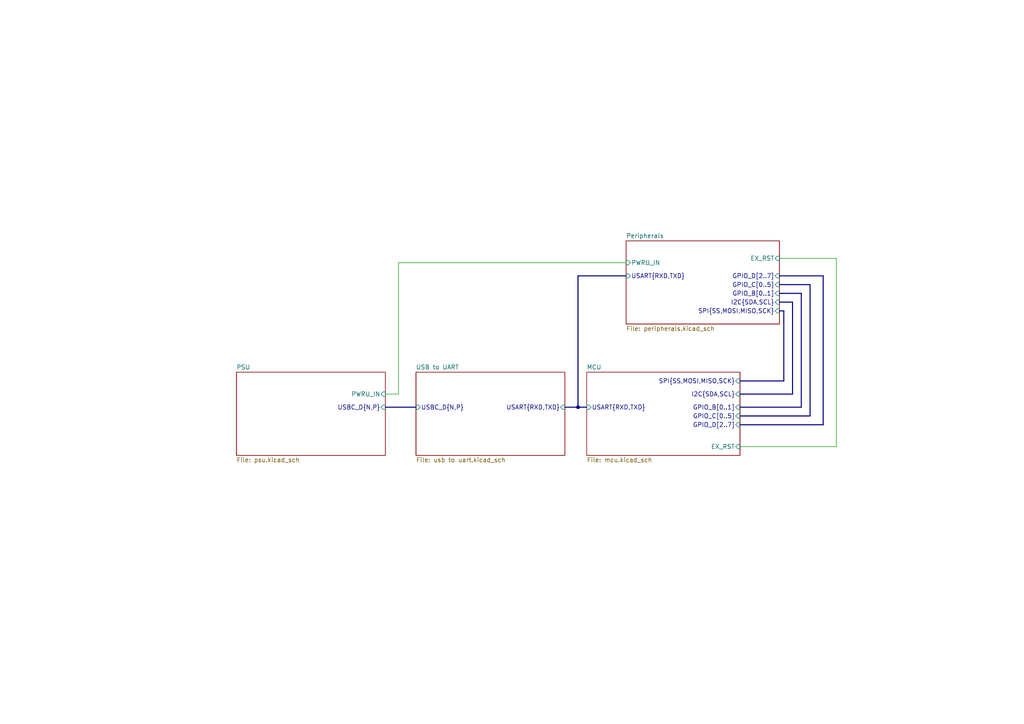
<source format=kicad_sch>
(kicad_sch
	(version 20231120)
	(generator "eeschema")
	(generator_version "8.0")
	(uuid "e48f1c39-438f-4a62-ba55-3e7638d82250")
	(paper "A4")
	(lib_symbols)
	(junction
		(at 167.64 118.11)
		(diameter 0)
		(color 0 0 0 0)
		(uuid "ded6b80e-0349-4045-aaca-2129fd77f0c5")
	)
	(bus
		(pts
			(xy 214.63 123.19) (xy 238.76 123.19)
		)
		(stroke
			(width 0)
			(type default)
		)
		(uuid "1091eb24-08a6-4dd3-a302-127ee86e73ef")
	)
	(bus
		(pts
			(xy 226.06 87.63) (xy 229.87 87.63)
		)
		(stroke
			(width 0)
			(type default)
		)
		(uuid "121ee750-2aef-4b64-92f8-dc96e8b0abb2")
	)
	(wire
		(pts
			(xy 242.57 74.93) (xy 242.57 129.54)
		)
		(stroke
			(width 0)
			(type default)
		)
		(uuid "1aa519ce-0683-42ce-b069-73d9e8cd6be0")
	)
	(bus
		(pts
			(xy 181.61 80.01) (xy 167.64 80.01)
		)
		(stroke
			(width 0)
			(type default)
		)
		(uuid "2de1ac71-bd17-4c59-934b-1d063a7a029c")
	)
	(bus
		(pts
			(xy 227.33 90.17) (xy 226.06 90.17)
		)
		(stroke
			(width 0)
			(type default)
		)
		(uuid "38462bcd-e6db-4159-b912-d98c170f822c")
	)
	(bus
		(pts
			(xy 232.41 85.09) (xy 226.06 85.09)
		)
		(stroke
			(width 0)
			(type default)
		)
		(uuid "3a5699aa-3609-4e3e-ad35-dfac56077850")
	)
	(bus
		(pts
			(xy 214.63 110.49) (xy 227.33 110.49)
		)
		(stroke
			(width 0)
			(type default)
		)
		(uuid "48719d4f-d8e9-4c3f-afb3-c51e7342995d")
	)
	(bus
		(pts
			(xy 234.95 120.65) (xy 214.63 120.65)
		)
		(stroke
			(width 0)
			(type default)
		)
		(uuid "57c5b847-f113-4af2-8119-3f506bdf197a")
	)
	(bus
		(pts
			(xy 234.95 82.55) (xy 234.95 120.65)
		)
		(stroke
			(width 0)
			(type default)
		)
		(uuid "60f6d930-8bc8-4eda-9b25-d475da0b50c5")
	)
	(bus
		(pts
			(xy 167.64 80.01) (xy 167.64 118.11)
		)
		(stroke
			(width 0)
			(type default)
		)
		(uuid "689e73df-5067-4bc3-bc1e-f872582513c9")
	)
	(bus
		(pts
			(xy 229.87 87.63) (xy 229.87 114.3)
		)
		(stroke
			(width 0)
			(type default)
		)
		(uuid "75a0e3f5-5010-4205-946a-1fde93334a1c")
	)
	(wire
		(pts
			(xy 181.61 76.2) (xy 115.57 76.2)
		)
		(stroke
			(width 0)
			(type default)
		)
		(uuid "75bb8686-7ad8-4551-bc84-a0cc7d2a5e81")
	)
	(bus
		(pts
			(xy 238.76 123.19) (xy 238.76 80.01)
		)
		(stroke
			(width 0)
			(type default)
		)
		(uuid "76274f97-8f13-4300-9c45-e74fe4e90a2d")
	)
	(wire
		(pts
			(xy 115.57 76.2) (xy 115.57 114.3)
		)
		(stroke
			(width 0)
			(type default)
		)
		(uuid "8b7873c8-dbb3-474f-972b-4789a07fd5a3")
	)
	(bus
		(pts
			(xy 167.64 118.11) (xy 170.18 118.11)
		)
		(stroke
			(width 0)
			(type default)
		)
		(uuid "95ff26a3-9331-4e04-bfd6-480d86ba3fed")
	)
	(wire
		(pts
			(xy 226.06 74.93) (xy 242.57 74.93)
		)
		(stroke
			(width 0)
			(type default)
		)
		(uuid "96d27509-fa2d-463a-94ea-b92b22d033e2")
	)
	(bus
		(pts
			(xy 227.33 110.49) (xy 227.33 90.17)
		)
		(stroke
			(width 0)
			(type default)
		)
		(uuid "9898aad2-427e-4660-a1ee-43fc1e75e8ba")
	)
	(bus
		(pts
			(xy 214.63 118.11) (xy 232.41 118.11)
		)
		(stroke
			(width 0)
			(type default)
		)
		(uuid "9d83c824-d55e-49e7-9312-5c00d396990d")
	)
	(bus
		(pts
			(xy 229.87 114.3) (xy 214.63 114.3)
		)
		(stroke
			(width 0)
			(type default)
		)
		(uuid "aa4c5469-a352-4b48-97c0-d09794bb8094")
	)
	(bus
		(pts
			(xy 111.76 118.11) (xy 120.65 118.11)
		)
		(stroke
			(width 0)
			(type default)
		)
		(uuid "ad12f4a5-3137-441e-929a-8b6176e44d3d")
	)
	(bus
		(pts
			(xy 238.76 80.01) (xy 226.06 80.01)
		)
		(stroke
			(width 0)
			(type default)
		)
		(uuid "c1105591-1845-4e39-ad8d-f617ba6b04b4")
	)
	(wire
		(pts
			(xy 242.57 129.54) (xy 214.63 129.54)
		)
		(stroke
			(width 0)
			(type default)
		)
		(uuid "ce63d310-295d-4642-9803-6a3594759eee")
	)
	(bus
		(pts
			(xy 232.41 118.11) (xy 232.41 85.09)
		)
		(stroke
			(width 0)
			(type default)
		)
		(uuid "d7d2e5a0-e8d6-44f7-84b9-1035def06db1")
	)
	(bus
		(pts
			(xy 226.06 82.55) (xy 234.95 82.55)
		)
		(stroke
			(width 0)
			(type default)
		)
		(uuid "e61c8962-f21d-4a6c-b08e-189bcdd7b21f")
	)
	(wire
		(pts
			(xy 115.57 114.3) (xy 111.76 114.3)
		)
		(stroke
			(width 0)
			(type default)
		)
		(uuid "ed2bb376-3636-44d2-9724-c6fed223423d")
	)
	(bus
		(pts
			(xy 163.83 118.11) (xy 167.64 118.11)
		)
		(stroke
			(width 0)
			(type default)
		)
		(uuid "ee7fe977-826d-4448-b797-8fe203980161")
	)
	(sheet
		(at 68.58 107.95)
		(size 43.18 24.13)
		(fields_autoplaced yes)
		(stroke
			(width 0.1524)
			(type solid)
		)
		(fill
			(color 0 0 0 0.0000)
		)
		(uuid "4e86b055-d812-4566-8d97-6dcb4509c9de")
		(property "Sheetname" "PSU"
			(at 68.58 107.2384 0)
			(effects
				(font
					(size 1.27 1.27)
				)
				(justify left bottom)
			)
		)
		(property "Sheetfile" "psu.kicad_sch"
			(at 68.58 132.6646 0)
			(effects
				(font
					(size 1.27 1.27)
				)
				(justify left top)
			)
		)
		(pin "USBC_D{N,P}" input
			(at 111.76 118.11 0)
			(effects
				(font
					(size 1.27 1.27)
				)
				(justify right)
			)
			(uuid "d441bd5f-d753-4181-acc3-6ba981c63701")
		)
		(pin "PWRU_IN" input
			(at 111.76 114.3 0)
			(effects
				(font
					(size 1.27 1.27)
				)
				(justify right)
			)
			(uuid "eae0300c-6138-47ea-96fb-dca05447b5d4")
		)
		(instances
			(project "intro_to_PCB"
				(path "/e48f1c39-438f-4a62-ba55-3e7638d82250"
					(page "3")
				)
			)
		)
	)
	(sheet
		(at 120.65 107.95)
		(size 43.18 24.13)
		(fields_autoplaced yes)
		(stroke
			(width 0.1524)
			(type solid)
		)
		(fill
			(color 0 0 0 0.0000)
		)
		(uuid "5520a91a-e4e5-4ea2-939e-e0228a75c02c")
		(property "Sheetname" "USB to UART"
			(at 120.65 107.2384 0)
			(effects
				(font
					(size 1.27 1.27)
				)
				(justify left bottom)
			)
		)
		(property "Sheetfile" "usb to uart.kicad_sch"
			(at 120.65 132.6646 0)
			(effects
				(font
					(size 1.27 1.27)
				)
				(justify left top)
			)
		)
		(pin "USBC_D{N,P}" input
			(at 120.65 118.11 180)
			(effects
				(font
					(size 1.27 1.27)
				)
				(justify left)
			)
			(uuid "878d8cf3-c489-4f37-83b4-133043f8f278")
		)
		(pin "USART{RXD,TXD}" input
			(at 163.83 118.11 0)
			(effects
				(font
					(size 1.27 1.27)
				)
				(justify right)
			)
			(uuid "637aee5d-0fa7-4d64-81d7-0726bd3a7a91")
		)
		(instances
			(project "intro_to_PCB"
				(path "/e48f1c39-438f-4a62-ba55-3e7638d82250"
					(page "4")
				)
			)
		)
	)
	(sheet
		(at 170.18 107.95)
		(size 44.45 24.13)
		(fields_autoplaced yes)
		(stroke
			(width 0.1524)
			(type solid)
		)
		(fill
			(color 0 0 0 0.0000)
		)
		(uuid "7d36b3dc-6d95-4c90-9a02-330fc7384618")
		(property "Sheetname" "MCU"
			(at 170.18 107.2384 0)
			(effects
				(font
					(size 1.27 1.27)
				)
				(justify left bottom)
			)
		)
		(property "Sheetfile" "mcu.kicad_sch"
			(at 170.18 132.6646 0)
			(effects
				(font
					(size 1.27 1.27)
				)
				(justify left top)
			)
		)
		(pin "USART{RXD,TXD}" input
			(at 170.18 118.11 180)
			(effects
				(font
					(size 1.27 1.27)
				)
				(justify left)
			)
			(uuid "a46dd19e-cdd6-42ef-bd4d-a695fb73b6dc")
		)
		(pin "GPIO_C[0..5]" input
			(at 214.63 120.65 0)
			(effects
				(font
					(size 1.27 1.27)
				)
				(justify right)
			)
			(uuid "4ffd0cbd-dedf-4fff-89e6-0fe9de239648")
		)
		(pin "I2C{SDA,SCL}" input
			(at 214.63 114.3 0)
			(effects
				(font
					(size 1.27 1.27)
				)
				(justify right)
			)
			(uuid "c79ef316-0660-45ed-8685-c89964bdd391")
		)
		(pin "GPIO_D[2..7]" input
			(at 214.63 123.19 0)
			(effects
				(font
					(size 1.27 1.27)
				)
				(justify right)
			)
			(uuid "62512def-f2b3-4d45-af87-ea462f87fafc")
		)
		(pin "SPI{SS,MOSI,MISO,SCK}" input
			(at 214.63 110.49 0)
			(effects
				(font
					(size 1.27 1.27)
				)
				(justify right)
			)
			(uuid "28988c94-1c3e-44d7-b31c-d2cf17077f88")
		)
		(pin "EX_RST" input
			(at 214.63 129.54 0)
			(effects
				(font
					(size 1.27 1.27)
				)
				(justify right)
			)
			(uuid "9aa4d49c-523e-49a2-9482-5e2e779879f6")
		)
		(pin "GPIO_B[0..1]" input
			(at 214.63 118.11 0)
			(effects
				(font
					(size 1.27 1.27)
				)
				(justify right)
			)
			(uuid "fbff119b-f98d-4987-8e7e-0022a7600a1a")
		)
		(instances
			(project "intro_to_PCB"
				(path "/e48f1c39-438f-4a62-ba55-3e7638d82250"
					(page "2")
				)
			)
		)
	)
	(sheet
		(at 181.61 69.85)
		(size 44.45 24.13)
		(fields_autoplaced yes)
		(stroke
			(width 0.1524)
			(type solid)
		)
		(fill
			(color 0 0 0 0.0000)
		)
		(uuid "f218f9e7-6f41-4a68-afbf-da37de05bd53")
		(property "Sheetname" "Peripherals"
			(at 181.61 69.1384 0)
			(effects
				(font
					(size 1.27 1.27)
				)
				(justify left bottom)
			)
		)
		(property "Sheetfile" "peripherals.kicad_sch"
			(at 181.61 94.5646 0)
			(effects
				(font
					(size 1.27 1.27)
				)
				(justify left top)
			)
		)
		(pin "GPIO_C[0..5]" input
			(at 226.06 82.55 0)
			(effects
				(font
					(size 1.27 1.27)
				)
				(justify right)
			)
			(uuid "09170242-d0ea-4dec-b492-a2bc2cde4d71")
		)
		(pin "SPI{SS,MOSI,MISO,SCK}" input
			(at 226.06 90.17 0)
			(effects
				(font
					(size 1.27 1.27)
				)
				(justify right)
			)
			(uuid "318c3c18-c6a5-4899-bddd-2db6356aef9d")
		)
		(pin "I2C{SDA,SCL}" input
			(at 226.06 87.63 0)
			(effects
				(font
					(size 1.27 1.27)
				)
				(justify right)
			)
			(uuid "aa5cbb34-e58f-461c-8d5c-0bcf9d3858ae")
		)
		(pin "EX_RST" input
			(at 226.06 74.93 0)
			(effects
				(font
					(size 1.27 1.27)
				)
				(justify right)
			)
			(uuid "5fa1f381-6fbb-479a-b414-a27789f7f4b6")
		)
		(pin "GPIO_B[0..1]" input
			(at 226.06 85.09 0)
			(effects
				(font
					(size 1.27 1.27)
				)
				(justify right)
			)
			(uuid "604535c3-2fcc-4f69-aa5a-572ccdd16f76")
		)
		(pin "GPIO_D[2..7]" input
			(at 226.06 80.01 0)
			(effects
				(font
					(size 1.27 1.27)
				)
				(justify right)
			)
			(uuid "d4f9420b-fdeb-4552-a30d-02021f9fbdae")
		)
		(pin "USART{RXD,TXD}" input
			(at 181.61 80.01 180)
			(effects
				(font
					(size 1.27 1.27)
				)
				(justify left)
			)
			(uuid "9d92d258-3680-465f-bf22-f7bc2ae568fc")
		)
		(pin "PWRU_IN" input
			(at 181.61 76.2 180)
			(effects
				(font
					(size 1.27 1.27)
				)
				(justify left)
			)
			(uuid "4185c546-732f-4778-9261-540974625c5f")
		)
		(instances
			(project "intro_to_PCB"
				(path "/e48f1c39-438f-4a62-ba55-3e7638d82250"
					(page "5")
				)
			)
		)
	)
	(sheet_instances
		(path "/"
			(page "1")
		)
	)
)

</source>
